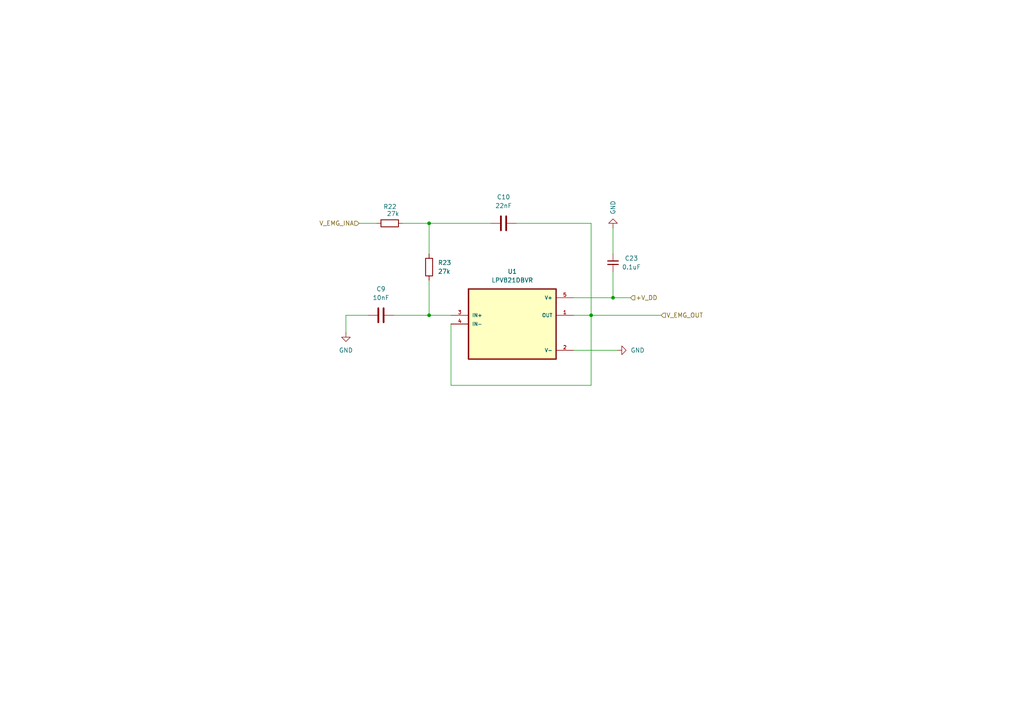
<source format=kicad_sch>
(kicad_sch
	(version 20231120)
	(generator "eeschema")
	(generator_version "8.0")
	(uuid "0d3c6ffb-a38f-4a36-9850-06cafdf82141")
	(paper "A4")
	(lib_symbols
		(symbol "Device:C"
			(pin_numbers hide)
			(pin_names
				(offset 0.254)
			)
			(exclude_from_sim no)
			(in_bom yes)
			(on_board yes)
			(property "Reference" "C"
				(at 0.635 2.54 0)
				(effects
					(font
						(size 1.27 1.27)
					)
					(justify left)
				)
			)
			(property "Value" "C"
				(at 0.635 -2.54 0)
				(effects
					(font
						(size 1.27 1.27)
					)
					(justify left)
				)
			)
			(property "Footprint" ""
				(at 0.9652 -3.81 0)
				(effects
					(font
						(size 1.27 1.27)
					)
					(hide yes)
				)
			)
			(property "Datasheet" "~"
				(at 0 0 0)
				(effects
					(font
						(size 1.27 1.27)
					)
					(hide yes)
				)
			)
			(property "Description" "Unpolarized capacitor"
				(at 0 0 0)
				(effects
					(font
						(size 1.27 1.27)
					)
					(hide yes)
				)
			)
			(property "ki_keywords" "cap capacitor"
				(at 0 0 0)
				(effects
					(font
						(size 1.27 1.27)
					)
					(hide yes)
				)
			)
			(property "ki_fp_filters" "C_*"
				(at 0 0 0)
				(effects
					(font
						(size 1.27 1.27)
					)
					(hide yes)
				)
			)
			(symbol "C_0_1"
				(polyline
					(pts
						(xy -2.032 -0.762) (xy 2.032 -0.762)
					)
					(stroke
						(width 0.508)
						(type default)
					)
					(fill
						(type none)
					)
				)
				(polyline
					(pts
						(xy -2.032 0.762) (xy 2.032 0.762)
					)
					(stroke
						(width 0.508)
						(type default)
					)
					(fill
						(type none)
					)
				)
			)
			(symbol "C_1_1"
				(pin passive line
					(at 0 3.81 270)
					(length 2.794)
					(name "~"
						(effects
							(font
								(size 1.27 1.27)
							)
						)
					)
					(number "1"
						(effects
							(font
								(size 1.27 1.27)
							)
						)
					)
				)
				(pin passive line
					(at 0 -3.81 90)
					(length 2.794)
					(name "~"
						(effects
							(font
								(size 1.27 1.27)
							)
						)
					)
					(number "2"
						(effects
							(font
								(size 1.27 1.27)
							)
						)
					)
				)
			)
		)
		(symbol "Device:C_Small"
			(pin_numbers hide)
			(pin_names
				(offset 0.254) hide)
			(exclude_from_sim no)
			(in_bom yes)
			(on_board yes)
			(property "Reference" "C"
				(at 0.254 1.778 0)
				(effects
					(font
						(size 1.27 1.27)
					)
					(justify left)
				)
			)
			(property "Value" "C_Small"
				(at 0.254 -2.032 0)
				(effects
					(font
						(size 1.27 1.27)
					)
					(justify left)
				)
			)
			(property "Footprint" ""
				(at 0 0 0)
				(effects
					(font
						(size 1.27 1.27)
					)
					(hide yes)
				)
			)
			(property "Datasheet" "~"
				(at 0 0 0)
				(effects
					(font
						(size 1.27 1.27)
					)
					(hide yes)
				)
			)
			(property "Description" "Unpolarized capacitor, small symbol"
				(at 0 0 0)
				(effects
					(font
						(size 1.27 1.27)
					)
					(hide yes)
				)
			)
			(property "ki_keywords" "capacitor cap"
				(at 0 0 0)
				(effects
					(font
						(size 1.27 1.27)
					)
					(hide yes)
				)
			)
			(property "ki_fp_filters" "C_*"
				(at 0 0 0)
				(effects
					(font
						(size 1.27 1.27)
					)
					(hide yes)
				)
			)
			(symbol "C_Small_0_1"
				(polyline
					(pts
						(xy -1.524 -0.508) (xy 1.524 -0.508)
					)
					(stroke
						(width 0.3302)
						(type default)
					)
					(fill
						(type none)
					)
				)
				(polyline
					(pts
						(xy -1.524 0.508) (xy 1.524 0.508)
					)
					(stroke
						(width 0.3048)
						(type default)
					)
					(fill
						(type none)
					)
				)
			)
			(symbol "C_Small_1_1"
				(pin passive line
					(at 0 2.54 270)
					(length 2.032)
					(name "~"
						(effects
							(font
								(size 1.27 1.27)
							)
						)
					)
					(number "1"
						(effects
							(font
								(size 1.27 1.27)
							)
						)
					)
				)
				(pin passive line
					(at 0 -2.54 90)
					(length 2.032)
					(name "~"
						(effects
							(font
								(size 1.27 1.27)
							)
						)
					)
					(number "2"
						(effects
							(font
								(size 1.27 1.27)
							)
						)
					)
				)
			)
		)
		(symbol "Device:R"
			(pin_numbers hide)
			(pin_names
				(offset 0)
			)
			(exclude_from_sim no)
			(in_bom yes)
			(on_board yes)
			(property "Reference" "R"
				(at 2.032 0 90)
				(effects
					(font
						(size 1.27 1.27)
					)
				)
			)
			(property "Value" "R"
				(at 0 0 90)
				(effects
					(font
						(size 1.27 1.27)
					)
				)
			)
			(property "Footprint" ""
				(at -1.778 0 90)
				(effects
					(font
						(size 1.27 1.27)
					)
					(hide yes)
				)
			)
			(property "Datasheet" "~"
				(at 0 0 0)
				(effects
					(font
						(size 1.27 1.27)
					)
					(hide yes)
				)
			)
			(property "Description" "Resistor"
				(at 0 0 0)
				(effects
					(font
						(size 1.27 1.27)
					)
					(hide yes)
				)
			)
			(property "ki_keywords" "R res resistor"
				(at 0 0 0)
				(effects
					(font
						(size 1.27 1.27)
					)
					(hide yes)
				)
			)
			(property "ki_fp_filters" "R_*"
				(at 0 0 0)
				(effects
					(font
						(size 1.27 1.27)
					)
					(hide yes)
				)
			)
			(symbol "R_0_1"
				(rectangle
					(start -1.016 -2.54)
					(end 1.016 2.54)
					(stroke
						(width 0.254)
						(type default)
					)
					(fill
						(type none)
					)
				)
			)
			(symbol "R_1_1"
				(pin passive line
					(at 0 3.81 270)
					(length 1.27)
					(name "~"
						(effects
							(font
								(size 1.27 1.27)
							)
						)
					)
					(number "1"
						(effects
							(font
								(size 1.27 1.27)
							)
						)
					)
				)
				(pin passive line
					(at 0 -3.81 90)
					(length 1.27)
					(name "~"
						(effects
							(font
								(size 1.27 1.27)
							)
						)
					)
					(number "2"
						(effects
							(font
								(size 1.27 1.27)
							)
						)
					)
				)
			)
		)
		(symbol "LPV821DBVR:LPV821DBVR"
			(pin_names
				(offset 1.016)
			)
			(exclude_from_sim no)
			(in_bom yes)
			(on_board yes)
			(property "Reference" "U"
				(at -12.7 11.1506 0)
				(effects
					(font
						(size 1.27 1.27)
					)
					(justify left bottom)
				)
			)
			(property "Value" "LPV821DBVR"
				(at -12.7 -14.1478 0)
				(effects
					(font
						(size 1.27 1.27)
					)
					(justify left bottom)
				)
			)
			(property "Footprint" "SOT95P280X145-5N"
				(at 0 0 0)
				(effects
					(font
						(size 1.27 1.27)
					)
					(justify left bottom)
					(hide yes)
				)
			)
			(property "Datasheet" ""
				(at 0 0 0)
				(effects
					(font
						(size 1.27 1.27)
					)
					(justify left bottom)
					(hide yes)
				)
			)
			(property "Description" ""
				(at 0 0 0)
				(effects
					(font
						(size 1.27 1.27)
					)
					(hide yes)
				)
			)
			(property "MF" "Texas Instruments"
				(at 0 0 0)
				(effects
					(font
						(size 1.27 1.27)
					)
					(justify left bottom)
					(hide yes)
				)
			)
			(property "Description_1" "\\n650nA, Precision Zero-Drift Nanopower Amplifier\\n"
				(at 0 0 0)
				(effects
					(font
						(size 1.27 1.27)
					)
					(justify left bottom)
					(hide yes)
				)
			)
			(property "Package" "SOT-23-5 Texas Instruments"
				(at 0 0 0)
				(effects
					(font
						(size 1.27 1.27)
					)
					(justify left bottom)
					(hide yes)
				)
			)
			(property "Price" "None"
				(at 0 0 0)
				(effects
					(font
						(size 1.27 1.27)
					)
					(justify left bottom)
					(hide yes)
				)
			)
			(property "SnapEDA_Link" "https://www.snapeda.com/parts/LPV821DBVR/Texas+Instruments/view-part/?ref=snap"
				(at 0 0 0)
				(effects
					(font
						(size 1.27 1.27)
					)
					(justify left bottom)
					(hide yes)
				)
			)
			(property "MP" "LPV821DBVR"
				(at 0 0 0)
				(effects
					(font
						(size 1.27 1.27)
					)
					(justify left bottom)
					(hide yes)
				)
			)
			(property "Purchase-URL" "https://www.snapeda.com/api/url_track_click_mouser/?unipart_id=2773057&manufacturer=Texas Instruments&part_name=LPV821DBVR&search_term=None"
				(at 0 0 0)
				(effects
					(font
						(size 1.27 1.27)
					)
					(justify left bottom)
					(hide yes)
				)
			)
			(property "Availability" "In Stock"
				(at 0 0 0)
				(effects
					(font
						(size 1.27 1.27)
					)
					(justify left bottom)
					(hide yes)
				)
			)
			(property "Check_prices" "https://www.snapeda.com/parts/LPV821DBVR/Texas+Instruments/view-part/?ref=eda"
				(at 0 0 0)
				(effects
					(font
						(size 1.27 1.27)
					)
					(justify left bottom)
					(hide yes)
				)
			)
			(property "ki_locked" ""
				(at 0 0 0)
				(effects
					(font
						(size 1.27 1.27)
					)
				)
			)
			(symbol "LPV821DBVR_0_0"
				(rectangle
					(start -12.7 -10.16)
					(end 12.7 10.16)
					(stroke
						(width 0.4064)
						(type solid)
					)
					(fill
						(type background)
					)
				)
				(pin output line
					(at 17.78 2.54 180)
					(length 5.08)
					(name "OUT"
						(effects
							(font
								(size 1.016 1.016)
							)
						)
					)
					(number "1"
						(effects
							(font
								(size 1.016 1.016)
							)
						)
					)
				)
				(pin power_in line
					(at 17.78 -7.62 180)
					(length 5.08)
					(name "V-"
						(effects
							(font
								(size 1.016 1.016)
							)
						)
					)
					(number "2"
						(effects
							(font
								(size 1.016 1.016)
							)
						)
					)
				)
				(pin input line
					(at -17.78 2.54 0)
					(length 5.08)
					(name "IN+"
						(effects
							(font
								(size 1.016 1.016)
							)
						)
					)
					(number "3"
						(effects
							(font
								(size 1.016 1.016)
							)
						)
					)
				)
				(pin input line
					(at -17.78 0 0)
					(length 5.08)
					(name "IN-"
						(effects
							(font
								(size 1.016 1.016)
							)
						)
					)
					(number "4"
						(effects
							(font
								(size 1.016 1.016)
							)
						)
					)
				)
				(pin power_in line
					(at 17.78 7.62 180)
					(length 5.08)
					(name "V+"
						(effects
							(font
								(size 1.016 1.016)
							)
						)
					)
					(number "5"
						(effects
							(font
								(size 1.016 1.016)
							)
						)
					)
				)
			)
		)
		(symbol "power:GND"
			(power)
			(pin_numbers hide)
			(pin_names
				(offset 0) hide)
			(exclude_from_sim no)
			(in_bom yes)
			(on_board yes)
			(property "Reference" "#PWR"
				(at 0 -6.35 0)
				(effects
					(font
						(size 1.27 1.27)
					)
					(hide yes)
				)
			)
			(property "Value" "GND"
				(at 0 -3.81 0)
				(effects
					(font
						(size 1.27 1.27)
					)
				)
			)
			(property "Footprint" ""
				(at 0 0 0)
				(effects
					(font
						(size 1.27 1.27)
					)
					(hide yes)
				)
			)
			(property "Datasheet" ""
				(at 0 0 0)
				(effects
					(font
						(size 1.27 1.27)
					)
					(hide yes)
				)
			)
			(property "Description" "Power symbol creates a global label with name \"GND\" , ground"
				(at 0 0 0)
				(effects
					(font
						(size 1.27 1.27)
					)
					(hide yes)
				)
			)
			(property "ki_keywords" "global power"
				(at 0 0 0)
				(effects
					(font
						(size 1.27 1.27)
					)
					(hide yes)
				)
			)
			(symbol "GND_0_1"
				(polyline
					(pts
						(xy 0 0) (xy 0 -1.27) (xy 1.27 -1.27) (xy 0 -2.54) (xy -1.27 -1.27) (xy 0 -1.27)
					)
					(stroke
						(width 0)
						(type default)
					)
					(fill
						(type none)
					)
				)
			)
			(symbol "GND_1_1"
				(pin power_in line
					(at 0 0 270)
					(length 0)
					(name "~"
						(effects
							(font
								(size 1.27 1.27)
							)
						)
					)
					(number "1"
						(effects
							(font
								(size 1.27 1.27)
							)
						)
					)
				)
			)
		)
	)
	(junction
		(at 177.8 86.36)
		(diameter 0)
		(color 0 0 0 0)
		(uuid "baa13cb9-d989-4995-95fb-e2ad139914b4")
	)
	(junction
		(at 171.45 91.44)
		(diameter 0)
		(color 0 0 0 0)
		(uuid "d6414f84-fab5-41e2-a361-92b9059f4c64")
	)
	(junction
		(at 124.46 64.77)
		(diameter 0)
		(color 0 0 0 0)
		(uuid "e1da4ebb-dc73-4d67-9bab-c61262298547")
	)
	(junction
		(at 124.46 91.44)
		(diameter 0)
		(color 0 0 0 0)
		(uuid "eb3944a0-4151-4074-9ed2-003c2e3cc12f")
	)
	(wire
		(pts
			(xy 100.33 91.44) (xy 100.33 96.52)
		)
		(stroke
			(width 0)
			(type default)
		)
		(uuid "0b70842c-512c-41e2-9179-8e779e67d7f3")
	)
	(wire
		(pts
			(xy 124.46 64.77) (xy 142.24 64.77)
		)
		(stroke
			(width 0)
			(type default)
		)
		(uuid "0b9f2cde-6437-44bb-9d83-1d8a2b8fb711")
	)
	(wire
		(pts
			(xy 130.81 111.76) (xy 130.81 93.98)
		)
		(stroke
			(width 0)
			(type default)
		)
		(uuid "0e204349-8ccf-45e5-9baa-b0428176eea1")
	)
	(wire
		(pts
			(xy 116.84 64.77) (xy 124.46 64.77)
		)
		(stroke
			(width 0)
			(type default)
		)
		(uuid "11b7cd4b-204b-4791-a872-b043ac48cb7c")
	)
	(wire
		(pts
			(xy 124.46 91.44) (xy 124.46 81.28)
		)
		(stroke
			(width 0)
			(type default)
		)
		(uuid "308e4075-fef1-465c-b93c-c1d178fd29bb")
	)
	(wire
		(pts
			(xy 177.8 86.36) (xy 182.88 86.36)
		)
		(stroke
			(width 0)
			(type default)
		)
		(uuid "3bb8bb14-af93-4c9c-8656-892353463515")
	)
	(wire
		(pts
			(xy 171.45 91.44) (xy 191.77 91.44)
		)
		(stroke
			(width 0)
			(type default)
		)
		(uuid "4fd9537c-ebb6-4402-96e5-67dced2ef01f")
	)
	(wire
		(pts
			(xy 124.46 91.44) (xy 130.81 91.44)
		)
		(stroke
			(width 0)
			(type default)
		)
		(uuid "50e25897-ea7d-4ecd-a09c-98775bc5f946")
	)
	(wire
		(pts
			(xy 166.37 101.6) (xy 179.07 101.6)
		)
		(stroke
			(width 0)
			(type default)
		)
		(uuid "59a04202-8971-4eca-a4e4-d158dae202c8")
	)
	(wire
		(pts
			(xy 177.8 73.66) (xy 177.8 66.04)
		)
		(stroke
			(width 0)
			(type default)
		)
		(uuid "6714df99-537e-4d85-b862-6c6f2fc99455")
	)
	(wire
		(pts
			(xy 166.37 86.36) (xy 177.8 86.36)
		)
		(stroke
			(width 0)
			(type default)
		)
		(uuid "72a3fe5a-4e37-471f-a3fa-0e45020099af")
	)
	(wire
		(pts
			(xy 171.45 64.77) (xy 171.45 91.44)
		)
		(stroke
			(width 0)
			(type default)
		)
		(uuid "732c4c41-246d-484e-a1c2-108dddbb4398")
	)
	(wire
		(pts
			(xy 171.45 91.44) (xy 171.45 111.76)
		)
		(stroke
			(width 0)
			(type default)
		)
		(uuid "79e88e15-8fc9-42b6-827c-734254afc88d")
	)
	(wire
		(pts
			(xy 149.86 64.77) (xy 171.45 64.77)
		)
		(stroke
			(width 0)
			(type default)
		)
		(uuid "841b3b28-7369-4a7c-8342-980ec5aca625")
	)
	(wire
		(pts
			(xy 171.45 111.76) (xy 130.81 111.76)
		)
		(stroke
			(width 0)
			(type default)
		)
		(uuid "90dc7971-7f32-4c5a-9f8e-2449f5ea28cc")
	)
	(wire
		(pts
			(xy 104.14 64.77) (xy 109.22 64.77)
		)
		(stroke
			(width 0)
			(type default)
		)
		(uuid "adba4baf-00fc-4345-a1ad-6fd331dabbab")
	)
	(wire
		(pts
			(xy 114.3 91.44) (xy 124.46 91.44)
		)
		(stroke
			(width 0)
			(type default)
		)
		(uuid "c09556db-0887-47a1-93a6-31b69a73e1f5")
	)
	(wire
		(pts
			(xy 171.45 91.44) (xy 166.37 91.44)
		)
		(stroke
			(width 0)
			(type default)
		)
		(uuid "c885e972-d5b0-4f97-af25-f6e6cef051eb")
	)
	(wire
		(pts
			(xy 100.33 91.44) (xy 106.68 91.44)
		)
		(stroke
			(width 0)
			(type default)
		)
		(uuid "cb2b26ff-0432-4403-a18d-ed30eeede5cd")
	)
	(wire
		(pts
			(xy 124.46 64.77) (xy 124.46 73.66)
		)
		(stroke
			(width 0)
			(type default)
		)
		(uuid "d039a38d-3195-4433-803d-3af911c7ae05")
	)
	(wire
		(pts
			(xy 177.8 78.74) (xy 177.8 86.36)
		)
		(stroke
			(width 0)
			(type default)
		)
		(uuid "e97364dc-98c2-45c6-ba1e-32aacff7d074")
	)
	(hierarchical_label "V_EMG_OUT"
		(shape input)
		(at 191.77 91.44 0)
		(fields_autoplaced yes)
		(effects
			(font
				(size 1.27 1.27)
			)
			(justify left)
		)
		(uuid "4fb8b28f-27f4-4392-a7ce-1d63fff51468")
	)
	(hierarchical_label "+V_DD"
		(shape input)
		(at 182.88 86.36 0)
		(fields_autoplaced yes)
		(effects
			(font
				(size 1.27 1.27)
			)
			(justify left)
		)
		(uuid "ca17effb-c0d2-4d09-a777-d6dc773ac3e2")
	)
	(hierarchical_label "V_EMG_INA"
		(shape input)
		(at 104.14 64.77 180)
		(fields_autoplaced yes)
		(effects
			(font
				(size 1.27 1.27)
			)
			(justify right)
		)
		(uuid "cbaba830-8e2b-4de1-bbad-cf23673b0311")
	)
	(symbol
		(lib_id "power:GND")
		(at 100.33 96.52 0)
		(unit 1)
		(exclude_from_sim no)
		(in_bom yes)
		(on_board yes)
		(dnp no)
		(fields_autoplaced yes)
		(uuid "3a4ffbf0-4c47-4f12-ac83-8cc5449c283d")
		(property "Reference" "#PWR02"
			(at 100.33 102.87 0)
			(effects
				(font
					(size 1.27 1.27)
				)
				(hide yes)
			)
		)
		(property "Value" "GND"
			(at 100.33 101.6 0)
			(effects
				(font
					(size 1.27 1.27)
				)
			)
		)
		(property "Footprint" ""
			(at 100.33 96.52 0)
			(effects
				(font
					(size 1.27 1.27)
				)
				(hide yes)
			)
		)
		(property "Datasheet" ""
			(at 100.33 96.52 0)
			(effects
				(font
					(size 1.27 1.27)
				)
				(hide yes)
			)
		)
		(property "Description" "Power symbol creates a global label with name \"GND\" , ground"
			(at 100.33 96.52 0)
			(effects
				(font
					(size 1.27 1.27)
				)
				(hide yes)
			)
		)
		(pin "1"
			(uuid "a87ecc65-173e-4800-aebb-769bcd0d5ad4")
		)
		(instances
			(project "EMG_amplifier"
				(path "/26861adc-1ddf-4c37-9f8b-8db1c0839771/190e8daf-ffdb-4cbc-86a8-05377b040767/ed3c4e47-5bb3-4707-b5f4-6896a3a88613"
					(reference "#PWR02")
					(unit 1)
				)
			)
		)
	)
	(symbol
		(lib_id "Device:C")
		(at 146.05 64.77 90)
		(unit 1)
		(exclude_from_sim no)
		(in_bom yes)
		(on_board yes)
		(dnp no)
		(fields_autoplaced yes)
		(uuid "6244a78a-3ddf-41e9-9636-dd9e45702417")
		(property "Reference" "C10"
			(at 146.05 57.15 90)
			(effects
				(font
					(size 1.27 1.27)
				)
			)
		)
		(property "Value" "22nF"
			(at 146.05 59.69 90)
			(effects
				(font
					(size 1.27 1.27)
				)
			)
		)
		(property "Footprint" "Capacitor_SMD:C_0805_2012Metric"
			(at 149.86 63.8048 0)
			(effects
				(font
					(size 1.27 1.27)
				)
				(hide yes)
			)
		)
		(property "Datasheet" "~"
			(at 146.05 64.77 0)
			(effects
				(font
					(size 1.27 1.27)
				)
				(hide yes)
			)
		)
		(property "Description" "Unpolarized capacitor"
			(at 146.05 64.77 0)
			(effects
				(font
					(size 1.27 1.27)
				)
				(hide yes)
			)
		)
		(pin "1"
			(uuid "0ff81503-4952-4261-90b6-004342615d3c")
		)
		(pin "2"
			(uuid "401fc591-d87f-45df-afa8-8aad89b5cf3d")
		)
		(instances
			(project "EMG_amplifier"
				(path "/26861adc-1ddf-4c37-9f8b-8db1c0839771/190e8daf-ffdb-4cbc-86a8-05377b040767/ed3c4e47-5bb3-4707-b5f4-6896a3a88613"
					(reference "C10")
					(unit 1)
				)
			)
		)
	)
	(symbol
		(lib_id "Device:R")
		(at 124.46 77.47 0)
		(unit 1)
		(exclude_from_sim no)
		(in_bom yes)
		(on_board yes)
		(dnp no)
		(fields_autoplaced yes)
		(uuid "7b2317bc-5383-4db8-afd9-f682264e2ae7")
		(property "Reference" "R23"
			(at 127 76.1999 0)
			(effects
				(font
					(size 1.27 1.27)
				)
				(justify left)
			)
		)
		(property "Value" "27k"
			(at 127 78.7399 0)
			(effects
				(font
					(size 1.27 1.27)
				)
				(justify left)
			)
		)
		(property "Footprint" "Resistor_SMD:R_0402_1005Metric"
			(at 122.682 77.47 90)
			(effects
				(font
					(size 1.27 1.27)
				)
				(hide yes)
			)
		)
		(property "Datasheet" "~"
			(at 124.46 77.47 0)
			(effects
				(font
					(size 1.27 1.27)
				)
				(hide yes)
			)
		)
		(property "Description" "Resistor"
			(at 124.46 77.47 0)
			(effects
				(font
					(size 1.27 1.27)
				)
				(hide yes)
			)
		)
		(pin "1"
			(uuid "aa647664-b409-45b1-b451-a9afe1a5416b")
		)
		(pin "2"
			(uuid "1a246175-c70d-4654-97cc-fb33e0707c61")
		)
		(instances
			(project "EMG_amplifier"
				(path "/26861adc-1ddf-4c37-9f8b-8db1c0839771/190e8daf-ffdb-4cbc-86a8-05377b040767/ed3c4e47-5bb3-4707-b5f4-6896a3a88613"
					(reference "R23")
					(unit 1)
				)
			)
		)
	)
	(symbol
		(lib_id "power:GND")
		(at 179.07 101.6 90)
		(unit 1)
		(exclude_from_sim no)
		(in_bom yes)
		(on_board yes)
		(dnp no)
		(fields_autoplaced yes)
		(uuid "7ff70e08-1c24-4db3-9ce4-28b211420618")
		(property "Reference" "#PWR04"
			(at 185.42 101.6 0)
			(effects
				(font
					(size 1.27 1.27)
				)
				(hide yes)
			)
		)
		(property "Value" "GND"
			(at 182.88 101.5999 90)
			(effects
				(font
					(size 1.27 1.27)
				)
				(justify right)
			)
		)
		(property "Footprint" ""
			(at 179.07 101.6 0)
			(effects
				(font
					(size 1.27 1.27)
				)
				(hide yes)
			)
		)
		(property "Datasheet" ""
			(at 179.07 101.6 0)
			(effects
				(font
					(size 1.27 1.27)
				)
				(hide yes)
			)
		)
		(property "Description" "Power symbol creates a global label with name \"GND\" , ground"
			(at 179.07 101.6 0)
			(effects
				(font
					(size 1.27 1.27)
				)
				(hide yes)
			)
		)
		(pin "1"
			(uuid "55362d58-03a9-41fd-9d44-137c5ccbefd4")
		)
		(instances
			(project "EMG_amplifier"
				(path "/26861adc-1ddf-4c37-9f8b-8db1c0839771/190e8daf-ffdb-4cbc-86a8-05377b040767/ed3c4e47-5bb3-4707-b5f4-6896a3a88613"
					(reference "#PWR04")
					(unit 1)
				)
			)
		)
	)
	(symbol
		(lib_id "Device:C")
		(at 110.49 91.44 90)
		(unit 1)
		(exclude_from_sim no)
		(in_bom yes)
		(on_board yes)
		(dnp no)
		(fields_autoplaced yes)
		(uuid "8c532b99-1796-40c5-ad63-c5794e010e71")
		(property "Reference" "C9"
			(at 110.49 83.82 90)
			(effects
				(font
					(size 1.27 1.27)
				)
			)
		)
		(property "Value" "10nF"
			(at 110.49 86.36 90)
			(effects
				(font
					(size 1.27 1.27)
				)
			)
		)
		(property "Footprint" "Capacitor_SMD:C_0402_1005Metric"
			(at 114.3 90.4748 0)
			(effects
				(font
					(size 1.27 1.27)
				)
				(hide yes)
			)
		)
		(property "Datasheet" "~"
			(at 110.49 91.44 0)
			(effects
				(font
					(size 1.27 1.27)
				)
				(hide yes)
			)
		)
		(property "Description" "Unpolarized capacitor"
			(at 110.49 91.44 0)
			(effects
				(font
					(size 1.27 1.27)
				)
				(hide yes)
			)
		)
		(pin "1"
			(uuid "e55c0735-8bb5-45b8-ad9c-5ed732989c02")
		)
		(pin "2"
			(uuid "6cb12880-54fc-4700-818b-ea55e9ad5b3f")
		)
		(instances
			(project "EMG_amplifier"
				(path "/26861adc-1ddf-4c37-9f8b-8db1c0839771/190e8daf-ffdb-4cbc-86a8-05377b040767/ed3c4e47-5bb3-4707-b5f4-6896a3a88613"
					(reference "C9")
					(unit 1)
				)
			)
		)
	)
	(symbol
		(lib_id "Device:R")
		(at 113.03 64.77 90)
		(unit 1)
		(exclude_from_sim no)
		(in_bom yes)
		(on_board yes)
		(dnp no)
		(uuid "978d9381-7f41-4fa9-a697-52331945839f")
		(property "Reference" "R22"
			(at 115.062 59.944 90)
			(effects
				(font
					(size 1.27 1.27)
				)
				(justify left)
			)
		)
		(property "Value" "27k"
			(at 115.824 61.976 90)
			(effects
				(font
					(size 1.27 1.27)
				)
				(justify left)
			)
		)
		(property "Footprint" "Resistor_SMD:R_0402_1005Metric"
			(at 113.03 66.548 90)
			(effects
				(font
					(size 1.27 1.27)
				)
				(hide yes)
			)
		)
		(property "Datasheet" "~"
			(at 113.03 64.77 0)
			(effects
				(font
					(size 1.27 1.27)
				)
				(hide yes)
			)
		)
		(property "Description" "Resistor"
			(at 113.03 64.77 0)
			(effects
				(font
					(size 1.27 1.27)
				)
				(hide yes)
			)
		)
		(pin "2"
			(uuid "e824001c-0769-4081-bc34-304f6f9640f4")
		)
		(pin "1"
			(uuid "ae2f89ba-3414-4e67-9a1c-0a9bc8e35f57")
		)
		(instances
			(project "EMG_amplifier"
				(path "/26861adc-1ddf-4c37-9f8b-8db1c0839771/190e8daf-ffdb-4cbc-86a8-05377b040767/ed3c4e47-5bb3-4707-b5f4-6896a3a88613"
					(reference "R22")
					(unit 1)
				)
			)
		)
	)
	(symbol
		(lib_id "Device:C_Small")
		(at 177.8 76.2 180)
		(unit 1)
		(exclude_from_sim no)
		(in_bom yes)
		(on_board yes)
		(dnp no)
		(uuid "b78b62db-6770-4998-90e1-d0bba0a3dc65")
		(property "Reference" "C23"
			(at 183.134 74.93 0)
			(effects
				(font
					(size 1.27 1.27)
				)
			)
		)
		(property "Value" "0.1uF"
			(at 183.134 77.47 0)
			(effects
				(font
					(size 1.27 1.27)
				)
			)
		)
		(property "Footprint" "Capacitor_SMD:C_0805_2012Metric"
			(at 177.8 76.2 0)
			(effects
				(font
					(size 1.27 1.27)
				)
				(hide yes)
			)
		)
		(property "Datasheet" "~"
			(at 177.8 76.2 0)
			(effects
				(font
					(size 1.27 1.27)
				)
				(hide yes)
			)
		)
		(property "Description" "Unpolarized capacitor, small symbol"
			(at 177.8 76.2 0)
			(effects
				(font
					(size 1.27 1.27)
				)
				(hide yes)
			)
		)
		(pin "1"
			(uuid "1abd9e8f-7c75-4134-977c-7554fb8a70d8")
		)
		(pin "2"
			(uuid "ec358f08-5e4b-48bd-92d3-16a99f94db45")
		)
		(instances
			(project "EMG_amplifier"
				(path "/26861adc-1ddf-4c37-9f8b-8db1c0839771/190e8daf-ffdb-4cbc-86a8-05377b040767/ed3c4e47-5bb3-4707-b5f4-6896a3a88613"
					(reference "C23")
					(unit 1)
				)
			)
		)
	)
	(symbol
		(lib_id "power:GND")
		(at 177.8 66.04 180)
		(unit 1)
		(exclude_from_sim no)
		(in_bom yes)
		(on_board yes)
		(dnp no)
		(fields_autoplaced yes)
		(uuid "d6150a13-c3b1-4ce5-9832-2b99d240d274")
		(property "Reference" "#PWR021"
			(at 177.8 59.69 0)
			(effects
				(font
					(size 1.27 1.27)
				)
				(hide yes)
			)
		)
		(property "Value" "GND"
			(at 177.7999 62.23 90)
			(effects
				(font
					(size 1.27 1.27)
				)
				(justify right)
			)
		)
		(property "Footprint" ""
			(at 177.8 66.04 0)
			(effects
				(font
					(size 1.27 1.27)
				)
				(hide yes)
			)
		)
		(property "Datasheet" ""
			(at 177.8 66.04 0)
			(effects
				(font
					(size 1.27 1.27)
				)
				(hide yes)
			)
		)
		(property "Description" "Power symbol creates a global label with name \"GND\" , ground"
			(at 177.8 66.04 0)
			(effects
				(font
					(size 1.27 1.27)
				)
				(hide yes)
			)
		)
		(pin "1"
			(uuid "e4c59033-1693-4127-9e4d-3cb61f91f58e")
		)
		(instances
			(project "EMG_amplifier"
				(path "/26861adc-1ddf-4c37-9f8b-8db1c0839771/190e8daf-ffdb-4cbc-86a8-05377b040767/ed3c4e47-5bb3-4707-b5f4-6896a3a88613"
					(reference "#PWR021")
					(unit 1)
				)
			)
		)
	)
	(symbol
		(lib_id "LPV821DBVR:LPV821DBVR")
		(at 148.59 93.98 0)
		(unit 1)
		(exclude_from_sim no)
		(in_bom yes)
		(on_board yes)
		(dnp no)
		(fields_autoplaced yes)
		(uuid "ed9b54b4-5304-411e-badf-7ad21806833d")
		(property "Reference" "U1"
			(at 148.59 78.74 0)
			(effects
				(font
					(size 1.27 1.27)
				)
			)
		)
		(property "Value" "LPV821DBVR"
			(at 148.59 81.28 0)
			(effects
				(font
					(size 1.27 1.27)
				)
			)
		)
		(property "Footprint" "Components:SOT95P280X145-5N"
			(at 148.59 93.98 0)
			(effects
				(font
					(size 1.27 1.27)
				)
				(justify left bottom)
				(hide yes)
			)
		)
		(property "Datasheet" ""
			(at 148.59 93.98 0)
			(effects
				(font
					(size 1.27 1.27)
				)
				(justify left bottom)
				(hide yes)
			)
		)
		(property "Description" ""
			(at 148.59 93.98 0)
			(effects
				(font
					(size 1.27 1.27)
				)
				(hide yes)
			)
		)
		(property "MF" "Texas Instruments"
			(at 148.59 93.98 0)
			(effects
				(font
					(size 1.27 1.27)
				)
				(justify left bottom)
				(hide yes)
			)
		)
		(property "Description_1" "\\n650nA, Precision Zero-Drift Nanopower Amplifier\\n"
			(at 148.59 93.98 0)
			(effects
				(font
					(size 1.27 1.27)
				)
				(justify left bottom)
				(hide yes)
			)
		)
		(property "Package" "SOT-23-5 Texas Instruments"
			(at 148.59 93.98 0)
			(effects
				(font
					(size 1.27 1.27)
				)
				(justify left bottom)
				(hide yes)
			)
		)
		(property "Price" "None"
			(at 148.59 93.98 0)
			(effects
				(font
					(size 1.27 1.27)
				)
				(justify left bottom)
				(hide yes)
			)
		)
		(property "SnapEDA_Link" "https://www.snapeda.com/parts/LPV821DBVR/Texas+Instruments/view-part/?ref=snap"
			(at 148.59 93.98 0)
			(effects
				(font
					(size 1.27 1.27)
				)
				(justify left bottom)
				(hide yes)
			)
		)
		(property "MP" "LPV821DBVR"
			(at 148.59 93.98 0)
			(effects
				(font
					(size 1.27 1.27)
				)
				(justify left bottom)
				(hide yes)
			)
		)
		(property "Purchase-URL" "https://www.snapeda.com/api/url_track_click_mouser/?unipart_id=2773057&manufacturer=Texas Instruments&part_name=LPV821DBVR&search_term=None"
			(at 148.59 93.98 0)
			(effects
				(font
					(size 1.27 1.27)
				)
				(justify left bottom)
				(hide yes)
			)
		)
		(property "Availability" "In Stock"
			(at 148.59 93.98 0)
			(effects
				(font
					(size 1.27 1.27)
				)
				(justify left bottom)
				(hide yes)
			)
		)
		(property "Check_prices" "https://www.snapeda.com/parts/LPV821DBVR/Texas+Instruments/view-part/?ref=eda"
			(at 148.59 93.98 0)
			(effects
				(font
					(size 1.27 1.27)
				)
				(justify left bottom)
				(hide yes)
			)
		)
		(pin "4"
			(uuid "adf4015c-719f-4458-bd88-f03788d71dff")
		)
		(pin "3"
			(uuid "9c6b9337-f628-4315-8f5f-5d0d01fd48fa")
		)
		(pin "1"
			(uuid "71ca715e-ee8b-4d6d-baa9-4a30c939734b")
		)
		(pin "5"
			(uuid "31082450-2f9d-4eec-9060-5fc55d0daa0f")
		)
		(pin "2"
			(uuid "b376791d-c6f4-4c09-b93e-1250b21c7583")
		)
		(instances
			(project "EMG_amplifier"
				(path "/26861adc-1ddf-4c37-9f8b-8db1c0839771/190e8daf-ffdb-4cbc-86a8-05377b040767/ed3c4e47-5bb3-4707-b5f4-6896a3a88613"
					(reference "U1")
					(unit 1)
				)
			)
		)
	)
)

</source>
